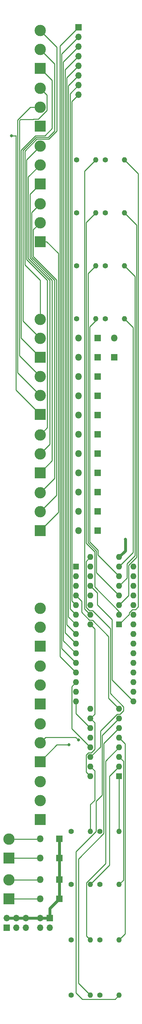
<source format=gbl>
%TF.GenerationSoftware,KiCad,Pcbnew,(5.1.6-0-10_14)*%
%TF.CreationDate,2020-09-12T21:29:34-04:00*%
%TF.ProjectId,smart-o-harp,736d6172-742d-46f2-9d68-6172702e6b69,rev?*%
%TF.SameCoordinates,Original*%
%TF.FileFunction,Copper,L2,Bot*%
%TF.FilePolarity,Positive*%
%FSLAX46Y46*%
G04 Gerber Fmt 4.6, Leading zero omitted, Abs format (unit mm)*
G04 Created by KiCad (PCBNEW (5.1.6-0-10_14)) date 2020-09-12 21:29:34*
%MOMM*%
%LPD*%
G01*
G04 APERTURE LIST*
%TA.AperFunction,ComponentPad*%
%ADD10R,1.700000X1.700000*%
%TD*%
%TA.AperFunction,ComponentPad*%
%ADD11O,1.700000X1.700000*%
%TD*%
%TA.AperFunction,ComponentPad*%
%ADD12O,1.400000X1.400000*%
%TD*%
%TA.AperFunction,ComponentPad*%
%ADD13C,1.400000*%
%TD*%
%TA.AperFunction,ComponentPad*%
%ADD14C,3.000000*%
%TD*%
%TA.AperFunction,ComponentPad*%
%ADD15R,3.000000X3.000000*%
%TD*%
%TA.AperFunction,ComponentPad*%
%ADD16O,1.800000X1.800000*%
%TD*%
%TA.AperFunction,ComponentPad*%
%ADD17R,1.800000X1.800000*%
%TD*%
%TA.AperFunction,ComponentPad*%
%ADD18R,1.600000X1.600000*%
%TD*%
%TA.AperFunction,ComponentPad*%
%ADD19O,1.600000X1.600000*%
%TD*%
%TA.AperFunction,ViaPad*%
%ADD20C,0.800000*%
%TD*%
%TA.AperFunction,Conductor*%
%ADD21C,0.250000*%
%TD*%
%TA.AperFunction,Conductor*%
%ADD22C,0.800000*%
%TD*%
G04 APERTURE END LIST*
D10*
%TO.P,keypad1,1*%
%TO.N,Net-(A1-Pad12)*%
X2540000Y-13335000D03*
D11*
%TO.P,keypad1,2*%
%TO.N,Net-(A1-Pad11)*%
X2540000Y-15875000D03*
%TO.P,keypad1,3*%
%TO.N,Net-(A1-Pad10)*%
X2540000Y-18415000D03*
%TO.P,keypad1,4*%
%TO.N,Net-(A1-Pad9)*%
X2540000Y-20955000D03*
%TO.P,keypad1,5*%
%TO.N,Net-(A1-Pad8)*%
X2540000Y-23495000D03*
%TO.P,keypad1,6*%
%TO.N,Net-(A1-Pad7)*%
X2540000Y-26035000D03*
%TO.P,keypad1,7*%
%TO.N,Net-(A1-Pad6)*%
X2540000Y-28575000D03*
%TO.P,keypad1,8*%
%TO.N,Net-(A1-Pad5)*%
X2540000Y-31115000D03*
%TD*%
D12*
%TO.P,R16,2*%
%TO.N,Net-(R16-Pad2)*%
X7112000Y-48260000D03*
D13*
%TO.P,R16,1*%
%TO.N,Net-(Q16-Pad1)*%
X2032000Y-48260000D03*
%TD*%
D12*
%TO.P,R15,2*%
%TO.N,Net-(R15-Pad2)*%
X14732000Y-48260000D03*
D13*
%TO.P,R15,1*%
%TO.N,Net-(Q15-Pad1)*%
X9652000Y-48260000D03*
%TD*%
D12*
%TO.P,R14,2*%
%TO.N,Net-(R14-Pad2)*%
X7112000Y-62230000D03*
D13*
%TO.P,R14,1*%
%TO.N,Net-(Q14-Pad1)*%
X2032000Y-62230000D03*
%TD*%
D12*
%TO.P,R13,2*%
%TO.N,Net-(R13-Pad2)*%
X14732000Y-62230000D03*
D13*
%TO.P,R13,1*%
%TO.N,Net-(Q13-Pad1)*%
X9652000Y-62230000D03*
%TD*%
D12*
%TO.P,R12,2*%
%TO.N,Net-(R12-Pad2)*%
X7112000Y-76200000D03*
D13*
%TO.P,R12,1*%
%TO.N,Net-(Q12-Pad1)*%
X2032000Y-76200000D03*
%TD*%
D12*
%TO.P,R11,2*%
%TO.N,Net-(R11-Pad2)*%
X14732000Y-76200000D03*
D13*
%TO.P,R11,1*%
%TO.N,Net-(Q11-Pad1)*%
X9652000Y-76200000D03*
%TD*%
D12*
%TO.P,R10,2*%
%TO.N,Net-(R10-Pad2)*%
X7112000Y-90170000D03*
D13*
%TO.P,R10,1*%
%TO.N,Net-(Q10-Pad1)*%
X2032000Y-90170000D03*
%TD*%
D12*
%TO.P,R9,2*%
%TO.N,Net-(R9-Pad2)*%
X14732000Y-90170000D03*
D13*
%TO.P,R9,1*%
%TO.N,Net-(Q9-Pad1)*%
X9652000Y-90170000D03*
%TD*%
D12*
%TO.P,R8,2*%
%TO.N,Net-(R8-Pad2)*%
X5715000Y-225425000D03*
D13*
%TO.P,R8,1*%
%TO.N,Net-(Q8-Pad1)*%
X635000Y-225425000D03*
%TD*%
D12*
%TO.P,R7,2*%
%TO.N,Net-(R7-Pad2)*%
X13335000Y-225425000D03*
D13*
%TO.P,R7,1*%
%TO.N,Net-(Q7-Pad1)*%
X8255000Y-225425000D03*
%TD*%
D12*
%TO.P,R6,2*%
%TO.N,Net-(R6-Pad2)*%
X5715000Y-239395000D03*
D13*
%TO.P,R6,1*%
%TO.N,Net-(Q6-Pad1)*%
X635000Y-239395000D03*
%TD*%
D12*
%TO.P,R5,2*%
%TO.N,Net-(R5-Pad2)*%
X13335000Y-239395000D03*
D13*
%TO.P,R5,1*%
%TO.N,Net-(Q5-Pad1)*%
X8255000Y-239395000D03*
%TD*%
D12*
%TO.P,R4,2*%
%TO.N,Net-(R4-Pad2)*%
X5715000Y-254000000D03*
D13*
%TO.P,R4,1*%
%TO.N,Net-(Q4-Pad1)*%
X635000Y-254000000D03*
%TD*%
D12*
%TO.P,R3,2*%
%TO.N,Net-(R3-Pad2)*%
X13335000Y-254000000D03*
D13*
%TO.P,R3,1*%
%TO.N,Net-(Q3-Pad1)*%
X8255000Y-254000000D03*
%TD*%
D12*
%TO.P,R2,2*%
%TO.N,Net-(R2-Pad2)*%
X5715000Y-268605000D03*
D13*
%TO.P,R2,1*%
%TO.N,Net-(Q2-Pad1)*%
X635000Y-268605000D03*
%TD*%
D12*
%TO.P,R1,2*%
%TO.N,Net-(R1-Pad2)*%
X13335000Y-268605000D03*
D13*
%TO.P,R1,1*%
%TO.N,Net-(Q1-Pad1)*%
X8255000Y-268605000D03*
%TD*%
D14*
%TO.P,C#_D_D#2,3*%
%TO.N,Net-(C#_D_D#1-Pad3)*%
X-7620000Y-136050000D03*
%TO.P,C#_D_D#2,2*%
%TO.N,Net-(C#_D_D#1-Pad2)*%
X-7620000Y-141050000D03*
D15*
%TO.P,C#_D_D#2,1*%
%TO.N,Net-(C#_D_D#1-Pad1)*%
X-7620000Y-146050000D03*
%TD*%
D14*
%TO.P,E_F_F#1,3*%
%TO.N,Net-(D11-Pad2)*%
X-7620000Y-44610000D03*
%TO.P,E_F_F#1,2*%
%TO.N,Net-(D10-Pad2)*%
X-7620000Y-49610000D03*
D15*
%TO.P,E_F_F#1,1*%
%TO.N,Net-(D9-Pad2)*%
X-7620000Y-54610000D03*
%TD*%
D16*
%TO.P,D8,2*%
%TO.N,Net-(C#_D_D#1-Pad3)*%
X2540000Y-135890000D03*
D17*
%TO.P,D8,1*%
%TO.N,+12V*%
X7620000Y-135890000D03*
%TD*%
D18*
%TO.P,U2,1*%
%TO.N,Net-(R15-Pad2)*%
X13335000Y-170815000D03*
D19*
%TO.P,U2,9*%
%TO.N,Net-(U1-Pad14)*%
X5715000Y-153035000D03*
%TO.P,U2,2*%
%TO.N,Net-(R14-Pad2)*%
X13335000Y-168275000D03*
%TO.P,U2,10*%
%TO.N,Net-(A1-Pad27)*%
X5715000Y-155575000D03*
%TO.P,U2,3*%
%TO.N,Net-(R13-Pad2)*%
X13335000Y-165735000D03*
%TO.P,U2,11*%
%TO.N,Net-(A1-Pad15)*%
X5715000Y-158115000D03*
%TO.P,U2,4*%
%TO.N,Net-(R12-Pad2)*%
X13335000Y-163195000D03*
%TO.P,U2,12*%
%TO.N,Net-(A1-Pad16)*%
X5715000Y-160655000D03*
%TO.P,U2,5*%
%TO.N,Net-(R11-Pad2)*%
X13335000Y-160655000D03*
%TO.P,U2,13*%
%TO.N,Net-(A1-Pad13)*%
X5715000Y-163195000D03*
%TO.P,U2,6*%
%TO.N,Net-(R10-Pad2)*%
X13335000Y-158115000D03*
%TO.P,U2,14*%
%TO.N,Net-(A1-Pad14)*%
X5715000Y-165735000D03*
%TO.P,U2,7*%
%TO.N,Net-(R9-Pad2)*%
X13335000Y-155575000D03*
%TO.P,U2,15*%
%TO.N,Net-(R16-Pad2)*%
X5715000Y-168275000D03*
%TO.P,U2,8*%
%TO.N,GND*%
X13335000Y-153035000D03*
%TO.P,U2,16*%
%TO.N,Net-(A1-Pad27)*%
X5715000Y-170815000D03*
%TD*%
D14*
%TO.P,J3,2*%
%TO.N,Net-(D4-Pad2)*%
X-15875000Y-227410000D03*
D15*
%TO.P,J3,1*%
%TO.N,Net-(D3-Pad2)*%
X-15875000Y-232410000D03*
%TD*%
D14*
%TO.P,J2,2*%
%TO.N,Net-(D2-Pad2)*%
X-15875000Y-238205000D03*
D15*
%TO.P,J2,1*%
%TO.N,Net-(D1-Pad2)*%
X-15875000Y-243205000D03*
%TD*%
D14*
%TO.P,G_G#_A2,3*%
%TO.N,Net-(D14-Pad2)*%
X-7620000Y-105410000D03*
%TO.P,G_G#_A2,2*%
%TO.N,Net-(D13-Pad2)*%
X-7620000Y-110410000D03*
D15*
%TO.P,G_G#_A2,1*%
%TO.N,Net-(D12-Pad2)*%
X-7620000Y-115410000D03*
%TD*%
D14*
%TO.P,G_G#_A1,3*%
%TO.N,Net-(D14-Pad2)*%
X-7620000Y-29370000D03*
%TO.P,G_G#_A1,2*%
%TO.N,Net-(D13-Pad2)*%
X-7620000Y-34370000D03*
D15*
%TO.P,G_G#_A1,1*%
%TO.N,Net-(D12-Pad2)*%
X-7620000Y-39370000D03*
%TD*%
%TO.P,F_G_C1,1*%
%TO.N,Net-(D10-Pad2)*%
X-7620000Y-222250000D03*
D14*
%TO.P,F_G_C1,2*%
%TO.N,Net-(D12-Pad2)*%
X-7620000Y-217250000D03*
%TO.P,F_G_C1,3*%
%TO.N,Net-(Bb_B_C1-Pad3)*%
X-7620000Y-212250000D03*
%TD*%
D15*
%TO.P,F#_G_A1,1*%
%TO.N,Net-(D11-Pad2)*%
X-7620000Y-191770000D03*
D14*
%TO.P,F#_G_A1,2*%
%TO.N,Net-(D12-Pad2)*%
X-7620000Y-186770000D03*
%TO.P,F#_G_A1,3*%
%TO.N,Net-(D14-Pad2)*%
X-7620000Y-181770000D03*
%TD*%
%TO.P,E_F_F#2,3*%
%TO.N,Net-(D11-Pad2)*%
X-7620000Y-120810000D03*
%TO.P,E_F_F#2,2*%
%TO.N,Net-(D10-Pad2)*%
X-7620000Y-125810000D03*
D15*
%TO.P,E_F_F#2,1*%
%TO.N,Net-(D9-Pad2)*%
X-7620000Y-130810000D03*
%TD*%
%TO.P,D_E_F1,1*%
%TO.N,Net-(C#_D_D#1-Pad2)*%
X-7620000Y-207010000D03*
D14*
%TO.P,D_E_F1,2*%
%TO.N,Net-(D9-Pad2)*%
X-7620000Y-202010000D03*
%TO.P,D_E_F1,3*%
%TO.N,Net-(D10-Pad2)*%
X-7620000Y-197010000D03*
%TD*%
%TO.P,C#_D_D#1,3*%
%TO.N,Net-(C#_D_D#1-Pad3)*%
X-7620000Y-59850000D03*
%TO.P,C#_D_D#1,2*%
%TO.N,Net-(C#_D_D#1-Pad2)*%
X-7620000Y-64850000D03*
D15*
%TO.P,C#_D_D#1,1*%
%TO.N,Net-(C#_D_D#1-Pad1)*%
X-7620000Y-69850000D03*
%TD*%
%TO.P,Bb_B_C3,1*%
%TO.N,Net-(Bb_B_C1-Pad1)*%
X-7620000Y-176530000D03*
D14*
%TO.P,Bb_B_C3,2*%
%TO.N,Net-(Bb_B_C1-Pad2)*%
X-7620000Y-171530000D03*
%TO.P,Bb_B_C3,3*%
%TO.N,Net-(Bb_B_C1-Pad3)*%
X-7620000Y-166530000D03*
%TD*%
%TO.P,Bb_B_C2,3*%
%TO.N,Net-(Bb_B_C1-Pad3)*%
X-7620000Y-90330000D03*
%TO.P,Bb_B_C2,2*%
%TO.N,Net-(Bb_B_C1-Pad2)*%
X-7620000Y-95330000D03*
D15*
%TO.P,Bb_B_C2,1*%
%TO.N,Net-(Bb_B_C1-Pad1)*%
X-7620000Y-100330000D03*
%TD*%
%TO.P,Bb_B_C1,1*%
%TO.N,Net-(Bb_B_C1-Pad1)*%
X-7620000Y-24130000D03*
D14*
%TO.P,Bb_B_C1,2*%
%TO.N,Net-(Bb_B_C1-Pad2)*%
X-7620000Y-19130000D03*
%TO.P,Bb_B_C1,3*%
%TO.N,Net-(Bb_B_C1-Pad3)*%
X-7620000Y-14130000D03*
%TD*%
D16*
%TO.P,D17,2*%
%TO.N,Net-(Bb_B_C1-Pad3)*%
X12065000Y-95250000D03*
D17*
%TO.P,D17,1*%
%TO.N,+12V*%
X12065000Y-100330000D03*
%TD*%
D16*
%TO.P,D16,2*%
%TO.N,Net-(Bb_B_C1-Pad2)*%
X2540000Y-95250000D03*
D17*
%TO.P,D16,1*%
%TO.N,+12V*%
X7620000Y-95250000D03*
%TD*%
D16*
%TO.P,D15,2*%
%TO.N,Net-(Bb_B_C1-Pad1)*%
X2540000Y-100330000D03*
D17*
%TO.P,D15,1*%
%TO.N,+12V*%
X7620000Y-100330000D03*
%TD*%
D16*
%TO.P,D14,2*%
%TO.N,Net-(D14-Pad2)*%
X2540000Y-105410000D03*
D17*
%TO.P,D14,1*%
%TO.N,+12V*%
X7620000Y-105410000D03*
%TD*%
D16*
%TO.P,D13,2*%
%TO.N,Net-(D13-Pad2)*%
X2540000Y-110490000D03*
D17*
%TO.P,D13,1*%
%TO.N,+12V*%
X7620000Y-110490000D03*
%TD*%
D16*
%TO.P,D12,2*%
%TO.N,Net-(D12-Pad2)*%
X2540000Y-115570000D03*
D17*
%TO.P,D12,1*%
%TO.N,+12V*%
X7620000Y-115570000D03*
%TD*%
D16*
%TO.P,D11,2*%
%TO.N,Net-(D11-Pad2)*%
X2540000Y-120650000D03*
D17*
%TO.P,D11,1*%
%TO.N,+12V*%
X7620000Y-120650000D03*
%TD*%
D16*
%TO.P,D10,2*%
%TO.N,Net-(D10-Pad2)*%
X2540000Y-125730000D03*
D17*
%TO.P,D10,1*%
%TO.N,+12V*%
X7620000Y-125730000D03*
%TD*%
D16*
%TO.P,D9,2*%
%TO.N,Net-(D9-Pad2)*%
X2540000Y-130810000D03*
D17*
%TO.P,D9,1*%
%TO.N,+12V*%
X7620000Y-130810000D03*
%TD*%
D16*
%TO.P,D6,2*%
%TO.N,Net-(C#_D_D#1-Pad2)*%
X2540000Y-140970000D03*
D17*
%TO.P,D6,1*%
%TO.N,+12V*%
X7620000Y-140970000D03*
%TD*%
D16*
%TO.P,D5,2*%
%TO.N,Net-(C#_D_D#1-Pad1)*%
X2540000Y-146050000D03*
D17*
%TO.P,D5,1*%
%TO.N,+12V*%
X7620000Y-146050000D03*
%TD*%
D16*
%TO.P,D4,2*%
%TO.N,Net-(D4-Pad2)*%
X-7620000Y-227330000D03*
D17*
%TO.P,D4,1*%
%TO.N,+12V*%
X-2540000Y-227330000D03*
%TD*%
D16*
%TO.P,D3,2*%
%TO.N,Net-(D3-Pad2)*%
X-7620000Y-232410000D03*
D17*
%TO.P,D3,1*%
%TO.N,+12V*%
X-2540000Y-232410000D03*
%TD*%
D16*
%TO.P,D2,2*%
%TO.N,Net-(D2-Pad2)*%
X-7620000Y-238125000D03*
D17*
%TO.P,D2,1*%
%TO.N,+12V*%
X-2540000Y-238125000D03*
%TD*%
D16*
%TO.P,D1,2*%
%TO.N,Net-(D1-Pad2)*%
X-7620000Y-243205000D03*
D17*
%TO.P,D1,1*%
%TO.N,+12V*%
X-2540000Y-243205000D03*
%TD*%
D10*
%TO.P,J1,1*%
%TO.N,+12V*%
X-5080000Y-248285000D03*
D11*
%TO.P,J1,2*%
%TO.N,GND*%
X-5080000Y-250825000D03*
%TO.P,J1,3*%
%TO.N,+12V*%
X-7620000Y-248285000D03*
%TO.P,J1,4*%
%TO.N,GND*%
X-7620000Y-250825000D03*
%TD*%
D18*
%TO.P,A1,1*%
%TO.N,Net-(A1-Pad1)*%
X1905000Y-155575000D03*
D19*
%TO.P,A1,17*%
%TO.N,Net-(A1-Pad17)*%
X17145000Y-188595000D03*
%TO.P,A1,2*%
%TO.N,Net-(A1-Pad2)*%
X1905000Y-158115000D03*
%TO.P,A1,18*%
%TO.N,Net-(A1-Pad18)*%
X17145000Y-186055000D03*
%TO.P,A1,3*%
%TO.N,Net-(A1-Pad3)*%
X1905000Y-160655000D03*
%TO.P,A1,19*%
%TO.N,Net-(A1-Pad19)*%
X17145000Y-183515000D03*
%TO.P,A1,4*%
%TO.N,GND*%
X1905000Y-163195000D03*
%TO.P,A1,20*%
%TO.N,Net-(A1-Pad20)*%
X17145000Y-180975000D03*
%TO.P,A1,5*%
%TO.N,Net-(A1-Pad5)*%
X1905000Y-165735000D03*
%TO.P,A1,21*%
%TO.N,Net-(A1-Pad21)*%
X17145000Y-178435000D03*
%TO.P,A1,6*%
%TO.N,Net-(A1-Pad6)*%
X1905000Y-168275000D03*
%TO.P,A1,22*%
%TO.N,Net-(A1-Pad22)*%
X17145000Y-175895000D03*
%TO.P,A1,7*%
%TO.N,Net-(A1-Pad7)*%
X1905000Y-170815000D03*
%TO.P,A1,23*%
%TO.N,Net-(A1-Pad23)*%
X17145000Y-173355000D03*
%TO.P,A1,8*%
%TO.N,Net-(A1-Pad8)*%
X1905000Y-173355000D03*
%TO.P,A1,24*%
%TO.N,Net-(A1-Pad24)*%
X17145000Y-170815000D03*
%TO.P,A1,9*%
%TO.N,Net-(A1-Pad9)*%
X1905000Y-175895000D03*
%TO.P,A1,25*%
%TO.N,Net-(A1-Pad25)*%
X17145000Y-168275000D03*
%TO.P,A1,10*%
%TO.N,Net-(A1-Pad10)*%
X1905000Y-178435000D03*
%TO.P,A1,26*%
%TO.N,Net-(A1-Pad26)*%
X17145000Y-165735000D03*
%TO.P,A1,11*%
%TO.N,Net-(A1-Pad11)*%
X1905000Y-180975000D03*
%TO.P,A1,27*%
%TO.N,Net-(A1-Pad27)*%
X17145000Y-163195000D03*
%TO.P,A1,12*%
%TO.N,Net-(A1-Pad12)*%
X1905000Y-183515000D03*
%TO.P,A1,28*%
%TO.N,Net-(A1-Pad28)*%
X17145000Y-160655000D03*
%TO.P,A1,13*%
%TO.N,Net-(A1-Pad13)*%
X1905000Y-186055000D03*
%TO.P,A1,29*%
%TO.N,GND*%
X17145000Y-158115000D03*
%TO.P,A1,14*%
%TO.N,Net-(A1-Pad14)*%
X1905000Y-188595000D03*
%TO.P,A1,30*%
%TO.N,+12V*%
X17145000Y-155575000D03*
%TO.P,A1,15*%
%TO.N,Net-(A1-Pad15)*%
X1905000Y-191135000D03*
%TO.P,A1,16*%
%TO.N,Net-(A1-Pad16)*%
X17145000Y-191135000D03*
%TD*%
D10*
%TO.P,solenoid_power1,1*%
%TO.N,GND*%
X-16510000Y-250825000D03*
D11*
%TO.P,solenoid_power1,2*%
%TO.N,+12V*%
X-16510000Y-248285000D03*
%TO.P,solenoid_power1,3*%
%TO.N,GND*%
X-13970000Y-250825000D03*
%TO.P,solenoid_power1,4*%
%TO.N,+12V*%
X-13970000Y-248285000D03*
%TO.P,solenoid_power1,5*%
%TO.N,GND*%
X-11430000Y-250825000D03*
%TO.P,solenoid_power1,6*%
%TO.N,+12V*%
X-11430000Y-248285000D03*
%TD*%
D19*
%TO.P,U1,16*%
%TO.N,Net-(A1-Pad27)*%
X5715000Y-210820000D03*
%TO.P,U1,8*%
%TO.N,GND*%
X13335000Y-193040000D03*
%TO.P,U1,15*%
%TO.N,Net-(R8-Pad2)*%
X5715000Y-208280000D03*
%TO.P,U1,7*%
%TO.N,Net-(R1-Pad2)*%
X13335000Y-195580000D03*
%TO.P,U1,14*%
%TO.N,Net-(U1-Pad14)*%
X5715000Y-205740000D03*
%TO.P,U1,6*%
%TO.N,Net-(R2-Pad2)*%
X13335000Y-198120000D03*
%TO.P,U1,13*%
%TO.N,Net-(A1-Pad13)*%
X5715000Y-203200000D03*
%TO.P,U1,5*%
%TO.N,Net-(R3-Pad2)*%
X13335000Y-200660000D03*
%TO.P,U1,12*%
%TO.N,Net-(A1-Pad16)*%
X5715000Y-200660000D03*
%TO.P,U1,4*%
%TO.N,Net-(R4-Pad2)*%
X13335000Y-203200000D03*
%TO.P,U1,11*%
%TO.N,Net-(A1-Pad15)*%
X5715000Y-198120000D03*
%TO.P,U1,3*%
%TO.N,Net-(R5-Pad2)*%
X13335000Y-205740000D03*
%TO.P,U1,10*%
%TO.N,Net-(A1-Pad27)*%
X5715000Y-195580000D03*
%TO.P,U1,2*%
%TO.N,Net-(R6-Pad2)*%
X13335000Y-208280000D03*
%TO.P,U1,9*%
%TO.N,Net-(U1-Pad9)*%
X5715000Y-193040000D03*
D18*
%TO.P,U1,1*%
%TO.N,Net-(R7-Pad2)*%
X13335000Y-210820000D03*
%TD*%
D20*
%TO.N,GND*%
X14995001Y-148345001D03*
%TO.N,Net-(D9-Pad2)*%
X2540000Y-201295000D03*
%TO.N,Net-(D12-Pad2)*%
X-15240000Y-41910000D03*
%TO.N,Net-(C#_D_D#1-Pad2)*%
X0Y-202565000D03*
%TD*%
D21*
%TO.N,GND*%
X10529980Y-190234980D02*
X13335000Y-193040000D01*
X6255001Y-169689999D02*
X10529980Y-173964978D01*
X10529980Y-173964978D02*
X10529980Y-190234980D01*
X3359991Y-164649991D02*
X3359991Y-167584993D01*
X5464997Y-169689999D02*
X6255001Y-169689999D01*
X3359991Y-167584993D02*
X5464997Y-169689999D01*
X1905000Y-163195000D02*
X3359991Y-164649991D01*
D22*
X14995001Y-151374999D02*
X13335000Y-153035000D01*
X14995001Y-148345001D02*
X14995001Y-151374999D01*
D21*
%TO.N,Net-(A1-Pad5)*%
X779999Y-32875001D02*
X2540000Y-31115000D01*
X779999Y-164609999D02*
X779999Y-32875001D01*
X1905000Y-165735000D02*
X779999Y-164609999D01*
%TO.N,Net-(A1-Pad6)*%
X329989Y-166699989D02*
X1905000Y-168275000D01*
X329989Y-30785011D02*
X329989Y-166699989D01*
X2540000Y-28575000D02*
X329989Y-30785011D01*
%TO.N,Net-(A1-Pad7)*%
X-120020Y-28695020D02*
X-120020Y-168789980D01*
X-120020Y-168789980D02*
X1905000Y-170815000D01*
X2540000Y-26035000D02*
X-120020Y-28695020D01*
%TO.N,Net-(A1-Pad8)*%
X-570030Y-26605030D02*
X2540000Y-23495000D01*
X-570030Y-170879970D02*
X-570030Y-26605030D01*
X1905000Y-173355000D02*
X-570030Y-170879970D01*
%TO.N,Net-(A1-Pad9)*%
X-1020037Y-172969963D02*
X1905000Y-175895000D01*
X-1020039Y-172969961D02*
X1905000Y-175895000D01*
X-1020039Y-24515039D02*
X-1020039Y-172969961D01*
X2540000Y-20955000D02*
X-1020039Y-24515039D01*
%TO.N,Net-(A1-Pad10)*%
X-1470048Y-175059952D02*
X1905000Y-178435000D01*
X-1470048Y-22425048D02*
X-1470048Y-175059952D01*
X2540000Y-18415000D02*
X-1470048Y-22425048D01*
%TO.N,Net-(A1-Pad11)*%
X-1920057Y-20335057D02*
X2540000Y-15875000D01*
X-1920057Y-177149943D02*
X-1920057Y-20335057D01*
X1905000Y-180975000D02*
X-1920057Y-177149943D01*
%TO.N,Net-(A1-Pad27)*%
X6840001Y-171940001D02*
X5715000Y-170815000D01*
X6840001Y-194454999D02*
X6840001Y-171940001D01*
X5715000Y-195580000D02*
X6840001Y-194454999D01*
X4589999Y-205199999D02*
X4589999Y-209694999D01*
X4589999Y-209694999D02*
X5715000Y-210820000D01*
X5174999Y-204614999D02*
X4589999Y-205199999D01*
X5965003Y-204614999D02*
X5174999Y-204614999D01*
X6840001Y-203740001D02*
X5965003Y-204614999D01*
X6840001Y-196705001D02*
X6840001Y-203740001D01*
X5715000Y-195580000D02*
X6840001Y-196705001D01*
%TO.N,Net-(A1-Pad12)*%
X-2370066Y-179239934D02*
X1905000Y-183515000D01*
X-2370066Y-18245066D02*
X-2370066Y-179239934D01*
X2540000Y-13335000D02*
X-2370066Y-18245066D01*
%TO.N,Net-(A1-Pad13)*%
X779999Y-198264999D02*
X5715000Y-203200000D01*
X779999Y-187180001D02*
X779999Y-198264999D01*
X1905000Y-186055000D02*
X779999Y-187180001D01*
D22*
%TO.N,+12V*%
X-2540000Y-243205000D02*
X-2540000Y-227330000D01*
X-16510000Y-248285000D02*
X-5080000Y-248285000D01*
X-5080000Y-245745000D02*
X-2540000Y-243205000D01*
X-5080000Y-248285000D02*
X-5080000Y-245745000D01*
D21*
%TO.N,Net-(A1-Pad15)*%
X1905000Y-194310000D02*
X5715000Y-198120000D01*
X1905000Y-191135000D02*
X1905000Y-194310000D01*
%TO.N,Net-(A1-Pad16)*%
X7519952Y-162459952D02*
X7519952Y-165636362D01*
X5715000Y-160655000D02*
X7519952Y-162459952D01*
X7519952Y-165636362D02*
X11430000Y-169546410D01*
X11430000Y-185420000D02*
X17145000Y-191135000D01*
X11430000Y-169546410D02*
X11430000Y-185420000D01*
%TO.N,Net-(R1-Pad2)*%
X8825009Y-200089991D02*
X13335000Y-195580000D01*
X7229999Y-217430019D02*
X8825009Y-215835009D01*
X7229999Y-225427003D02*
X7229999Y-217430019D01*
X1905000Y-230752002D02*
X7229999Y-225427003D01*
X3565001Y-269630001D02*
X1905000Y-267970000D01*
X8825009Y-215835009D02*
X8825009Y-200089991D01*
X12309999Y-269630001D02*
X3565001Y-269630001D01*
X1905000Y-267970000D02*
X1905000Y-230752002D01*
X13335000Y-268605000D02*
X12309999Y-269630001D01*
%TO.N,Net-(R2-Pad2)*%
X4445000Y-267335000D02*
X5715000Y-268605000D01*
X4057002Y-266947002D02*
X4445000Y-267335000D01*
X9275019Y-202179981D02*
X13335000Y-198120000D01*
X9280001Y-202955001D02*
X9275019Y-202950019D01*
X2540000Y-265430000D02*
X2540000Y-232657002D01*
X2540000Y-232657002D02*
X9280001Y-225917001D01*
X9275019Y-202950019D02*
X9275019Y-202179981D01*
X9280001Y-225917001D02*
X9280001Y-202955001D01*
X4445000Y-267335000D02*
X2540000Y-265430000D01*
%TO.N,Net-(R3-Pad2)*%
X14910010Y-202235010D02*
X14910010Y-252424990D01*
X14910010Y-252424990D02*
X13335000Y-254000000D01*
X13335000Y-200660000D02*
X14910010Y-202235010D01*
%TO.N,Net-(R4-Pad2)*%
X4689999Y-252974999D02*
X5715000Y-254000000D01*
X4689999Y-238902999D02*
X4689999Y-252974999D01*
X9730011Y-233862987D02*
X4689999Y-238902999D01*
X9730011Y-206804989D02*
X9730011Y-233862987D01*
X13335000Y-203200000D02*
X9730011Y-206804989D01*
%TO.N,Net-(R5-Pad2)*%
X14460001Y-238269999D02*
X13335000Y-239395000D01*
X14460001Y-206865001D02*
X14460001Y-238269999D01*
X13335000Y-205740000D02*
X14460001Y-206865001D01*
%TO.N,Net-(R6-Pad2)*%
X10795000Y-234315000D02*
X5715000Y-239395000D01*
X10795000Y-210820000D02*
X10795000Y-234315000D01*
X13335000Y-208280000D02*
X10795000Y-210820000D01*
%TO.N,Net-(R7-Pad2)*%
X13335000Y-210820000D02*
X13335000Y-225425000D01*
%TO.N,Net-(R8-Pad2)*%
X5715000Y-218308608D02*
X5715000Y-225425000D01*
X6840001Y-217183607D02*
X5715000Y-218308608D01*
X6840001Y-209405001D02*
X6840001Y-217183607D01*
X5715000Y-208280000D02*
X6840001Y-209405001D01*
%TO.N,Net-(R9-Pad2)*%
X17064970Y-151845030D02*
X17064970Y-93264970D01*
X13335000Y-155575000D02*
X17064970Y-151845030D01*
X17064970Y-92502970D02*
X14732000Y-90170000D01*
X17064970Y-93264970D02*
X17064970Y-92502970D01*
%TO.N,Net-(R10-Pad2)*%
X7740020Y-152520020D02*
X7740019Y-151247199D01*
X13335000Y-158115000D02*
X7740020Y-152520020D01*
X5530010Y-149037190D02*
X5530010Y-92259990D01*
X7740019Y-151247199D02*
X5530010Y-149037190D01*
X7112000Y-90678000D02*
X7112000Y-90170000D01*
X5530010Y-92259990D02*
X7112000Y-90678000D01*
%TO.N,Net-(R11-Pad2)*%
X15424990Y-154755010D02*
X17514980Y-152665020D01*
X17514980Y-152665020D02*
X17514980Y-79744980D01*
X15424990Y-158565010D02*
X15424990Y-154755010D01*
X13335000Y-160655000D02*
X15424990Y-158565010D01*
X17514980Y-78982980D02*
X14732000Y-76200000D01*
X17514980Y-79744980D02*
X17514980Y-78982980D01*
%TO.N,Net-(R12-Pad2)*%
X7290010Y-157150010D02*
X7290010Y-151433600D01*
X13335000Y-163195000D02*
X7290010Y-157150010D01*
X5080000Y-78232000D02*
X7112000Y-76200000D01*
X5080000Y-149223590D02*
X5080000Y-78232000D01*
X7290010Y-151433600D02*
X5080000Y-149223590D01*
%TO.N,Net-(R13-Pad2)*%
X13335000Y-165735000D02*
X15875000Y-163195000D01*
X15875000Y-155179998D02*
X17964990Y-153090008D01*
X15875000Y-163195000D02*
X15875000Y-155179998D01*
X17964990Y-153090008D02*
X17964990Y-66859990D01*
X17964990Y-65462990D02*
X14732000Y-62230000D01*
X17964990Y-66859990D02*
X17964990Y-65462990D01*
%TO.N,Net-(R14-Pad2)*%
X6840001Y-151620001D02*
X4589999Y-149369999D01*
X6840001Y-160905003D02*
X6840001Y-151620001D01*
X13335000Y-167400002D02*
X6840001Y-160905003D01*
X13335000Y-168275000D02*
X13335000Y-167400002D01*
X4589999Y-64752001D02*
X7112000Y-62230000D01*
X4589999Y-149369999D02*
X4589999Y-64752001D01*
%TO.N,Net-(R15-Pad2)*%
X17685001Y-166860001D02*
X18415000Y-166130002D01*
X16894997Y-166860001D02*
X17685001Y-166860001D01*
X16019999Y-168130001D02*
X16019999Y-167734999D01*
X16019999Y-167734999D02*
X16894997Y-166860001D01*
X13335000Y-170815000D02*
X16019999Y-168130001D01*
X18415000Y-166130002D02*
X18415000Y-52705000D01*
X18415000Y-51943000D02*
X14732000Y-48260000D01*
X18415000Y-52705000D02*
X18415000Y-51943000D01*
%TO.N,Net-(R16-Pad2)*%
X4139989Y-51232011D02*
X7112000Y-48260000D01*
X4139989Y-166699989D02*
X4139989Y-51232011D01*
X5715000Y-168275000D02*
X4139989Y-166699989D01*
%TO.N,Net-(U1-Pad14)*%
X4589999Y-154160001D02*
X5715000Y-153035000D01*
X10979990Y-171874988D02*
X6255001Y-167149999D01*
X10979990Y-189019988D02*
X10979990Y-171874988D01*
X14460001Y-192499999D02*
X10979990Y-189019988D01*
X12794999Y-194454999D02*
X13585003Y-194454999D01*
X4589999Y-166275001D02*
X4589999Y-154160001D01*
X8374999Y-203080001D02*
X8374999Y-198874999D01*
X8374999Y-198874999D02*
X12794999Y-194454999D01*
X5464997Y-167149999D02*
X4589999Y-166275001D01*
X6255001Y-167149999D02*
X5464997Y-167149999D01*
X14460001Y-193580001D02*
X14460001Y-192499999D01*
X13585003Y-194454999D02*
X14460001Y-193580001D01*
X5715000Y-205740000D02*
X8374999Y-203080001D01*
%TO.N,Net-(D1-Pad2)*%
X-7620000Y-243205000D02*
X-15875000Y-243205000D01*
%TO.N,Net-(D2-Pad2)*%
X-7700000Y-238205000D02*
X-7620000Y-238125000D01*
X-15875000Y-238205000D02*
X-7700000Y-238205000D01*
%TO.N,Net-(D3-Pad2)*%
X-7620000Y-232410000D02*
X-15875000Y-232410000D01*
%TO.N,Net-(D4-Pad2)*%
X-7700000Y-227410000D02*
X-7620000Y-227330000D01*
X-15875000Y-227410000D02*
X-7700000Y-227410000D01*
%TO.N,Net-(D9-Pad2)*%
X-10345021Y-57335021D02*
X-7620000Y-54610000D01*
X-10345021Y-74112799D02*
X-10345021Y-57335021D01*
X-4445000Y-80012820D02*
X-10345021Y-74112799D01*
X-4445000Y-127635000D02*
X-4445000Y-80012820D01*
X-7620000Y-130810000D02*
X-4445000Y-127635000D01*
X-6179999Y-200569999D02*
X-7620000Y-202010000D01*
X1814999Y-200569999D02*
X-6179999Y-200569999D01*
X2540000Y-201295000D02*
X1814999Y-200569999D01*
%TO.N,Net-(D10-Pad2)*%
X-10795030Y-52785030D02*
X-10795030Y-74299200D01*
X-7620000Y-49610000D02*
X-10795030Y-52785030D01*
X-10795030Y-74299200D02*
X-5080000Y-80014230D01*
X-5080000Y-123270000D02*
X-7620000Y-125810000D01*
X-5080000Y-80014230D02*
X-5080000Y-123270000D01*
%TO.N,Net-(D11-Pad2)*%
X-11245039Y-48235039D02*
X-11245039Y-74485601D01*
X-7620000Y-44610000D02*
X-11245039Y-48235039D01*
X-11245039Y-74485601D02*
X-5715000Y-80015640D01*
X-5715000Y-118905000D02*
X-7620000Y-120810000D01*
X-5715000Y-80015640D02*
X-5715000Y-118905000D01*
%TO.N,Net-(D12-Pad2)*%
X-7620000Y-115410000D02*
X-14050029Y-108979971D01*
X-15240000Y-41910000D02*
X-14130058Y-41910000D01*
X-14050029Y-41990029D02*
X-14050029Y-41829971D01*
X-14130058Y-41910000D02*
X-14050029Y-41990029D01*
X-14050029Y-108979971D02*
X-14050029Y-41990029D01*
%TO.N,Net-(D13-Pad2)*%
X-13600020Y-104429980D02*
X-7620000Y-110410000D01*
X-13600020Y-37728610D02*
X-13600020Y-104429980D01*
X-10241410Y-34370000D02*
X-13600020Y-37728610D01*
X-7620000Y-34370000D02*
X-10241410Y-34370000D01*
%TO.N,Net-(D14-Pad2)*%
X-8093997Y-37544999D02*
X-9380001Y-37544999D01*
X-5794999Y-35246001D02*
X-8093997Y-37544999D01*
X-5794999Y-31195001D02*
X-5794999Y-35246001D01*
X-7620000Y-29370000D02*
X-5794999Y-31195001D01*
X-9445001Y-37609999D02*
X-12844999Y-37609999D01*
X-9380001Y-37544999D02*
X-9445001Y-37609999D01*
X-13150010Y-99879990D02*
X-7620000Y-105410000D01*
X-13150010Y-37915010D02*
X-13150010Y-99879990D01*
X-12844999Y-37609999D02*
X-13150010Y-37915010D01*
%TO.N,Net-(Bb_B_C1-Pad3)*%
X-11695049Y-75934951D02*
X-7620000Y-80010000D01*
X-11695049Y-45984047D02*
X-11695049Y-75934951D01*
X-5319999Y-42784999D02*
X-8496001Y-42784999D01*
X-8496001Y-42784999D02*
X-11695049Y-45984047D01*
X-3175000Y-40640000D02*
X-5319999Y-42784999D01*
X-7620000Y-80010000D02*
X-7620000Y-90330000D01*
X-3175000Y-18575000D02*
X-3175000Y-40640000D01*
X-7620000Y-14130000D02*
X-3175000Y-18575000D01*
%TO.N,Net-(Bb_B_C1-Pad2)*%
X-7620000Y-19130000D02*
X-3810000Y-22940000D01*
X-3810000Y-22940000D02*
X-3810000Y-40638590D01*
X-5506399Y-42334989D02*
X-8682402Y-42334990D01*
X-8682402Y-42334990D02*
X-12145059Y-45797647D01*
X-3810000Y-40638590D02*
X-5506399Y-42334989D01*
X-12145059Y-90804941D02*
X-7620000Y-95330000D01*
X-12145059Y-45797647D02*
X-12145059Y-90804941D01*
%TO.N,Net-(Bb_B_C1-Pad1)*%
X-7620000Y-24130000D02*
X-4445000Y-27305000D01*
X-4445000Y-27305000D02*
X-4445000Y-40005000D01*
X-6324981Y-41884981D02*
X-8868803Y-41884981D01*
X-8868803Y-41884981D02*
X-12700000Y-45716178D01*
X-4445000Y-40005000D02*
X-6324981Y-41884981D01*
X-12700000Y-95250000D02*
X-7620000Y-100330000D01*
X-12700000Y-45716178D02*
X-12700000Y-95250000D01*
%TO.N,Net-(C#_D_D#1-Pad3)*%
X-7620000Y-136050000D02*
X-3810000Y-132240000D01*
X-9895011Y-62125011D02*
X-7620000Y-59850000D01*
X-9895011Y-73926399D02*
X-9895011Y-62125011D01*
X-3810000Y-80011410D02*
X-9895011Y-73926399D01*
X-3810000Y-132240000D02*
X-3810000Y-80011410D01*
%TO.N,Net-(C#_D_D#1-Pad2)*%
X-9445001Y-73739999D02*
X-3270086Y-79914914D01*
X-9445001Y-66675001D02*
X-9445001Y-73739999D01*
X-7620000Y-64850000D02*
X-9445001Y-66675001D01*
X-3270086Y-136700086D02*
X-7620000Y-141050000D01*
X-3270086Y-79914914D02*
X-3270086Y-136700086D01*
X-3175000Y-202565000D02*
X-7620000Y-207010000D01*
X0Y-202565000D02*
X-3175000Y-202565000D01*
%TO.N,Net-(C#_D_D#1-Pad1)*%
X-5870000Y-69850000D02*
X-2820076Y-72899924D01*
X-7620000Y-69850000D02*
X-5870000Y-69850000D01*
X-2820076Y-141250076D02*
X-7620000Y-146050000D01*
X-2820076Y-72899924D02*
X-2820076Y-141250076D01*
%TD*%
M02*

</source>
